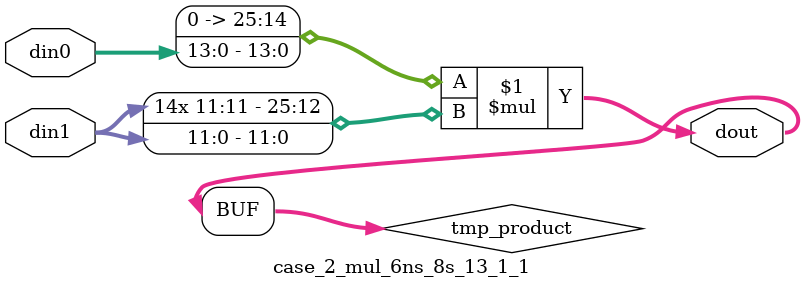
<source format=v>

`timescale 1 ns / 1 ps

 (* use_dsp = "no" *)  module case_2_mul_6ns_8s_13_1_1(din0, din1, dout);
parameter ID = 1;
parameter NUM_STAGE = 0;
parameter din0_WIDTH = 14;
parameter din1_WIDTH = 12;
parameter dout_WIDTH = 26;

input [din0_WIDTH - 1 : 0] din0; 
input [din1_WIDTH - 1 : 0] din1; 
output [dout_WIDTH - 1 : 0] dout;

wire signed [dout_WIDTH - 1 : 0] tmp_product;

























assign tmp_product = $signed({1'b0, din0}) * $signed(din1);










assign dout = tmp_product;





















endmodule

</source>
